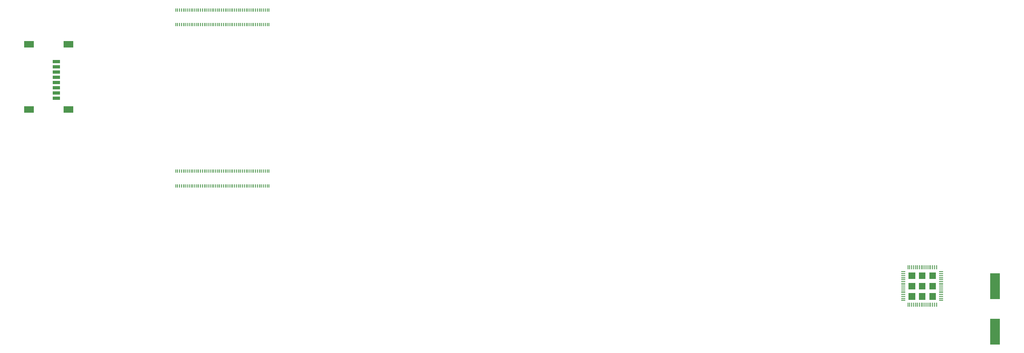
<source format=gtp>
G04*
G04 #@! TF.GenerationSoftware,Altium Limited,Altium Designer,25.1.2 (22)*
G04*
G04 Layer_Color=8421504*
%FSLAX44Y44*%
%MOMM*%
G71*
G04*
G04 #@! TF.SameCoordinates,47DE64E8-2747-4DE2-8CAA-9D4F0D5BEAA4*
G04*
G04*
G04 #@! TF.FilePolarity,Positive*
G04*
G01*
G75*
%ADD15R,0.2000X0.7000*%
%ADD16R,2.0000X1.4500*%
%ADD17R,1.5000X0.8000*%
%ADD18R,1.3700X1.3700*%
G04:AMPARAMS|DCode=19|XSize=0.81mm|YSize=0.22mm|CornerRadius=0.0275mm|HoleSize=0mm|Usage=FLASHONLY|Rotation=0.000|XOffset=0mm|YOffset=0mm|HoleType=Round|Shape=RoundedRectangle|*
%AMROUNDEDRECTD19*
21,1,0.8100,0.1650,0,0,0.0*
21,1,0.7550,0.2200,0,0,0.0*
1,1,0.0550,0.3775,-0.0825*
1,1,0.0550,-0.3775,-0.0825*
1,1,0.0550,-0.3775,0.0825*
1,1,0.0550,0.3775,0.0825*
%
%ADD19ROUNDEDRECTD19*%
G04:AMPARAMS|DCode=20|XSize=0.22mm|YSize=0.81mm|CornerRadius=0.0275mm|HoleSize=0mm|Usage=FLASHONLY|Rotation=0.000|XOffset=0mm|YOffset=0mm|HoleType=Round|Shape=RoundedRectangle|*
%AMROUNDEDRECTD20*
21,1,0.2200,0.7550,0,0,0.0*
21,1,0.1650,0.8100,0,0,0.0*
1,1,0.0550,0.0825,-0.3775*
1,1,0.0550,-0.0825,-0.3775*
1,1,0.0550,-0.0825,0.3775*
1,1,0.0550,0.0825,0.3775*
%
%ADD20ROUNDEDRECTD20*%
%ADD21R,2.0000X5.5000*%
G36*
X1946550Y354850D02*
X1932850D01*
Y368550D01*
X1946550D01*
Y354850D01*
D02*
G37*
G36*
X1924850D02*
X1911150D01*
Y368550D01*
X1924850D01*
Y354850D01*
D02*
G37*
G36*
X1903150D02*
X1889450D01*
Y368550D01*
X1903150D01*
Y354850D01*
D02*
G37*
G36*
X1946550Y333150D02*
X1932850D01*
Y346850D01*
X1946550D01*
Y333150D01*
D02*
G37*
G36*
X1903150D02*
X1889450D01*
Y346850D01*
X1903150D01*
Y333150D01*
D02*
G37*
G36*
X1946550Y311450D02*
X1932850D01*
Y325150D01*
X1946550D01*
Y311450D01*
D02*
G37*
G36*
X1924850D02*
X1911150D01*
Y325150D01*
X1924850D01*
Y311450D01*
D02*
G37*
G36*
X1903150D02*
X1889450D01*
Y325150D01*
X1903150D01*
Y311450D01*
D02*
G37*
D15*
X352000Y890000D02*
D03*
X404000Y920800D02*
D03*
X416000D02*
D03*
X400000Y890000D02*
D03*
X416000D02*
D03*
X500000Y920800D02*
D03*
X440000D02*
D03*
X428000D02*
D03*
X480000D02*
D03*
X460000D02*
D03*
X520000D02*
D03*
X544000D02*
D03*
X532000D02*
D03*
X444000Y890000D02*
D03*
X428000D02*
D03*
X484000D02*
D03*
X464000D02*
D03*
X520000D02*
D03*
X504000D02*
D03*
X544000D02*
D03*
X532000D02*
D03*
X400000Y581600D02*
D03*
X412000D02*
D03*
X364000D02*
D03*
X352000D02*
D03*
X388000D02*
D03*
X376000D02*
D03*
X352000Y550800D02*
D03*
X376000D02*
D03*
X364000D02*
D03*
X388000D02*
D03*
X412000D02*
D03*
X400000D02*
D03*
X484000Y581600D02*
D03*
X496000D02*
D03*
X436000D02*
D03*
X424000D02*
D03*
X472000D02*
D03*
X532000D02*
D03*
X508000D02*
D03*
X520000Y550800D02*
D03*
Y581600D02*
D03*
X532000Y550800D02*
D03*
X472000D02*
D03*
X436000D02*
D03*
X424000D02*
D03*
X460000D02*
D03*
X448000D02*
D03*
X484000D02*
D03*
X508000D02*
D03*
X496000D02*
D03*
X536000D02*
D03*
X408000Y581600D02*
D03*
X404000D02*
D03*
X432000D02*
D03*
X428000D02*
D03*
X528000Y550800D02*
D03*
X524000D02*
D03*
X420000Y920800D02*
D03*
X416000Y581600D02*
D03*
X468000Y550800D02*
D03*
X488000D02*
D03*
X396000Y920800D02*
D03*
X424000D02*
D03*
X476000Y550800D02*
D03*
X392000Y920800D02*
D03*
X388000D02*
D03*
X384000D02*
D03*
X380000D02*
D03*
X376000D02*
D03*
X372000D02*
D03*
X408000D02*
D03*
X420000Y581600D02*
D03*
X544000Y550800D02*
D03*
X480000D02*
D03*
X504000D02*
D03*
X500000D02*
D03*
X540000D02*
D03*
X432000Y920800D02*
D03*
X512000Y550800D02*
D03*
X516000D02*
D03*
X412000Y920800D02*
D03*
X464000Y550800D02*
D03*
X492000D02*
D03*
X424000Y890000D02*
D03*
X348000Y550800D02*
D03*
Y581600D02*
D03*
X356000Y550800D02*
D03*
Y581600D02*
D03*
X360000Y550800D02*
D03*
Y581600D02*
D03*
X368000Y550800D02*
D03*
Y581600D02*
D03*
X372000Y550800D02*
D03*
Y581600D02*
D03*
X380000Y550800D02*
D03*
Y581600D02*
D03*
X384000Y550800D02*
D03*
Y581600D02*
D03*
X392000Y550800D02*
D03*
Y581600D02*
D03*
X396000Y550800D02*
D03*
Y581600D02*
D03*
X404000Y550800D02*
D03*
X408000D02*
D03*
X416000D02*
D03*
X420000D02*
D03*
X428000D02*
D03*
X432000D02*
D03*
X440000D02*
D03*
Y581600D02*
D03*
X444000Y550800D02*
D03*
Y581600D02*
D03*
X448000D02*
D03*
X452000Y550800D02*
D03*
Y581600D02*
D03*
X456000Y550800D02*
D03*
Y581600D02*
D03*
X460000D02*
D03*
X464000D02*
D03*
X468000D02*
D03*
X476000D02*
D03*
X480000D02*
D03*
X488000D02*
D03*
X492000D02*
D03*
X500000D02*
D03*
X504000D02*
D03*
X512000D02*
D03*
X516000D02*
D03*
X524000D02*
D03*
X528000D02*
D03*
X536000D02*
D03*
X540000D02*
D03*
X544000D02*
D03*
X348000Y890000D02*
D03*
Y920800D02*
D03*
X352000D02*
D03*
X356000Y890000D02*
D03*
Y920800D02*
D03*
X360000Y890000D02*
D03*
Y920800D02*
D03*
X364000Y890000D02*
D03*
Y920800D02*
D03*
X368000Y890000D02*
D03*
Y920800D02*
D03*
X372000Y890000D02*
D03*
X376000D02*
D03*
X380000D02*
D03*
X384000D02*
D03*
X388000D02*
D03*
X392000D02*
D03*
X396000D02*
D03*
X400000Y920800D02*
D03*
X404000Y890000D02*
D03*
X408000D02*
D03*
X412000D02*
D03*
X420000D02*
D03*
X432000D02*
D03*
X436000D02*
D03*
Y920800D02*
D03*
X440000Y890000D02*
D03*
X444000Y920800D02*
D03*
X448000Y890000D02*
D03*
Y920800D02*
D03*
X452000Y890000D02*
D03*
Y920800D02*
D03*
X456000Y890000D02*
D03*
Y920800D02*
D03*
X460000Y890000D02*
D03*
X464000Y920800D02*
D03*
X468000Y890000D02*
D03*
Y920800D02*
D03*
X472000Y890000D02*
D03*
Y920800D02*
D03*
X476000Y890000D02*
D03*
Y920800D02*
D03*
X480000Y890000D02*
D03*
X484000Y920800D02*
D03*
X488000Y890000D02*
D03*
Y920800D02*
D03*
X492000Y890000D02*
D03*
Y920800D02*
D03*
X496000Y890000D02*
D03*
Y920800D02*
D03*
X500000Y890000D02*
D03*
X504000Y920800D02*
D03*
X508000Y890000D02*
D03*
Y920800D02*
D03*
X512000Y890000D02*
D03*
Y920800D02*
D03*
X516000Y890000D02*
D03*
Y920800D02*
D03*
X524000Y890000D02*
D03*
Y920800D02*
D03*
X528000Y890000D02*
D03*
Y920800D02*
D03*
X536000Y890000D02*
D03*
Y920800D02*
D03*
X540000Y890000D02*
D03*
Y920800D02*
D03*
D16*
X39500Y848750D02*
D03*
X122500D02*
D03*
X39500Y711250D02*
D03*
X122500D02*
D03*
D17*
X96500Y757000D02*
D03*
Y779000D02*
D03*
Y812000D02*
D03*
Y768000D02*
D03*
Y746000D02*
D03*
Y735000D02*
D03*
Y790000D02*
D03*
Y801000D02*
D03*
D18*
X1918000Y340000D02*
D03*
D19*
X1957500Y370000D02*
D03*
Y366000D02*
D03*
Y362000D02*
D03*
Y358000D02*
D03*
Y354000D02*
D03*
Y350000D02*
D03*
Y346000D02*
D03*
Y342000D02*
D03*
Y338000D02*
D03*
Y334000D02*
D03*
Y330000D02*
D03*
Y326000D02*
D03*
Y322000D02*
D03*
Y318000D02*
D03*
Y314000D02*
D03*
Y310000D02*
D03*
X1878500D02*
D03*
Y314000D02*
D03*
Y318000D02*
D03*
Y322000D02*
D03*
Y326000D02*
D03*
Y330000D02*
D03*
Y334000D02*
D03*
Y338000D02*
D03*
Y342000D02*
D03*
Y346000D02*
D03*
Y350000D02*
D03*
Y354000D02*
D03*
Y358000D02*
D03*
Y362000D02*
D03*
Y366000D02*
D03*
Y370000D02*
D03*
D20*
X1888000Y379500D02*
D03*
X1892000D02*
D03*
X1896000D02*
D03*
X1900000D02*
D03*
X1904000D02*
D03*
X1908000D02*
D03*
X1912000D02*
D03*
X1916000D02*
D03*
X1920000D02*
D03*
X1924000D02*
D03*
X1928000D02*
D03*
X1932000D02*
D03*
X1936000D02*
D03*
X1940000D02*
D03*
X1944000D02*
D03*
X1948000D02*
D03*
Y300500D02*
D03*
X1944000D02*
D03*
X1940000D02*
D03*
X1936000D02*
D03*
X1932000D02*
D03*
X1928000D02*
D03*
X1924000D02*
D03*
X1920000D02*
D03*
X1916000D02*
D03*
X1912000D02*
D03*
X1908000D02*
D03*
X1904000D02*
D03*
X1900000D02*
D03*
X1896000D02*
D03*
X1892000D02*
D03*
X1888000D02*
D03*
D21*
X2071000Y244500D02*
D03*
Y339500D02*
D03*
M02*

</source>
